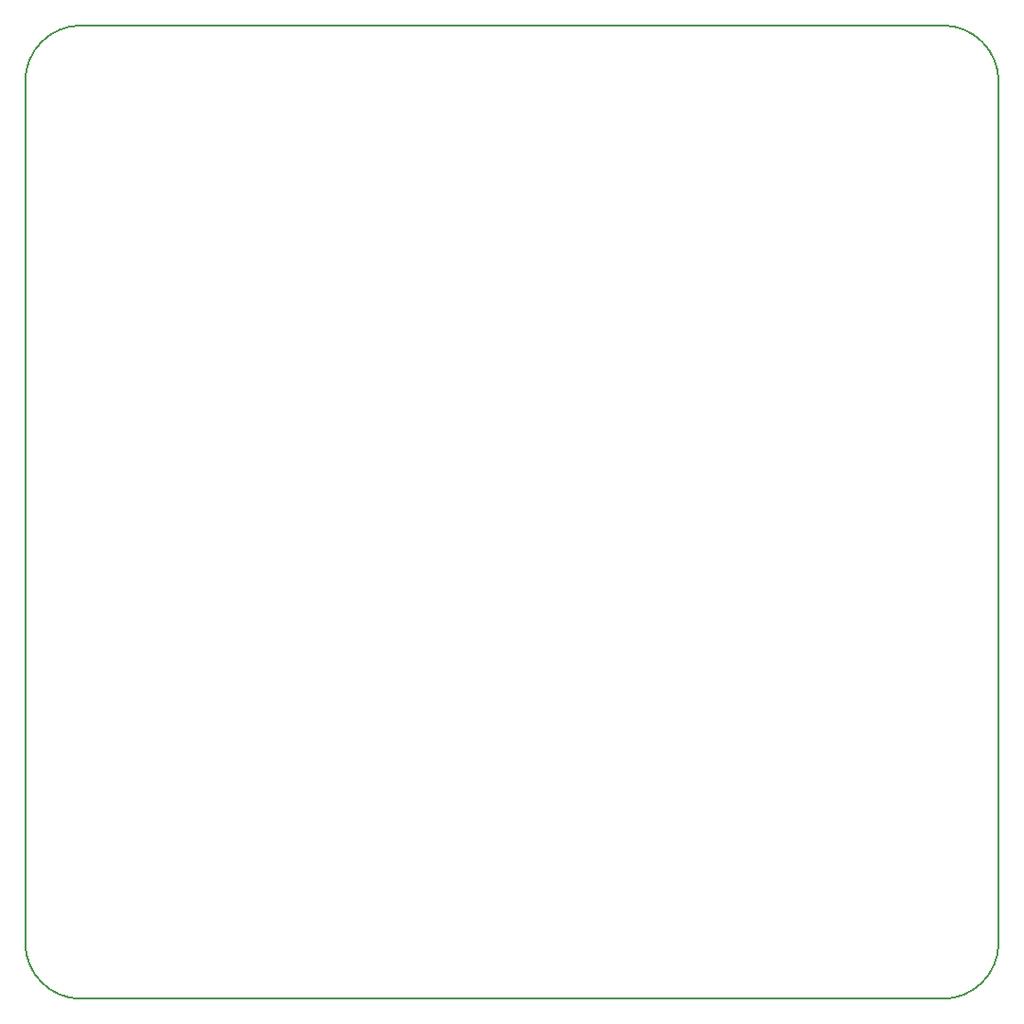
<source format=gbr>
G04 #@! TF.FileFunction,Profile,NP*
%FSLAX46Y46*%
G04 Gerber Fmt 4.6, Leading zero omitted, Abs format (unit mm)*
G04 Created by KiCad (PCBNEW 4.0.4-stable) date 05/24/17 08:22:09*
%MOMM*%
%LPD*%
G01*
G04 APERTURE LIST*
%ADD10C,0.100000*%
%ADD11C,0.150000*%
G04 APERTURE END LIST*
D10*
D11*
X100000000Y-122000000D02*
G75*
G03X105000000Y-127000000I5000000J0D01*
G01*
X182000000Y-127000000D02*
G75*
G03X187000000Y-122000000I0J5000000D01*
G01*
X187000000Y-45000000D02*
G75*
G03X182000000Y-40000000I-5000000J0D01*
G01*
X105000000Y-40000000D02*
G75*
G03X100000000Y-45000000I0J-5000000D01*
G01*
X187000000Y-45000000D02*
X187000000Y-122000000D01*
X100000000Y-122000000D02*
X100000000Y-45000000D01*
X182000000Y-127000000D02*
X105000000Y-127000000D01*
X105000000Y-40000000D02*
X182000000Y-40000000D01*
M02*

</source>
